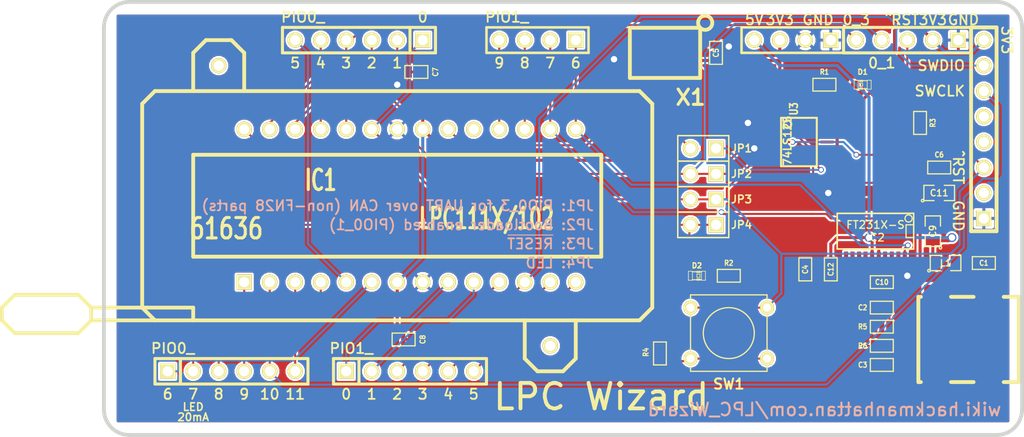
<source format=kicad_pcb>
(kicad_pcb (version 4) (host pcbnew "(2014-12-16 BZR 5324)-product")
  (title_block (date "21 nov 2012"))
  (layers (0 Front signal) (31 Back signal) (34 B.Paste user) (35 F.Paste user) (36 B.SilkS user) (37 F.SilkS user) (38 B.Mask user) (39 F.Mask user) (44 Edge.Cuts user))
  (net 0 "")
  (net 1 +3.3V)
  (net 2 +5V)
  (net 3 /BOOT)
  (net 4 /DTR)
  (net 5 /LED)
  (net 6 /PIO0_0)
  (net 7 /PIO0_10)
  (net 8 /PIO0_11)
  (net 9 /PIO0_2)
  (net 10 /PIO0_3)
  (net 11 /PIO0_4)
  (net 12 /PIO0_5)
  (net 13 /PIO0_6)
  (net 14 /PIO0_8)
  (net 15 /PIO0_9)
  (net 16 /PIO1_0)
  (net 17 /PIO1_1)
  (net 18 /PIO1_2)
  (net 19 /PIO1_3)
  (net 20 /PIO1_4)
  (net 21 /PIO1_5)
  (net 22 /PIO1_6)
  (net 23 /PIO1_7)
  (net 24 /PIO1_8)
  (net 25 /PIO1_9)
  (net 26 /RTS)
  (net 27 /USBDM)
  (net 28 /USBDP)
  (net 29 GND)
  (net 30 N-000003)
  (net 31 N-000017)
  (net 32 N-000032)
  (net 33 N-000041)
  (net 34 N-000042)
  (net 35 N-000044)
  (net 36 N-000048)
  (net 37 N-000050)
  (module SW_PUSH_SMALL (layer Front) (at 100.33 60.96)
    (fp_text reference SW1 (at 0 5.08) (layer F.SilkS) (effects (font (size 1.016 1.016) (thickness 0.2032))))
    (fp_text value SW_PUSH hide)
    (pad 1 thru_hole circle (at 3.81 -2.54) (size 1.397 1.397) (drill 0.8128) (layers *.Cu *.Mask F.SilkS) (net 6 /PIO0_0))
    (pad 2 thru_hole circle (at 3.81 2.54) (size 1.397 1.397) (drill 0.8128) (layers *.Cu *.Mask F.SilkS) (net 30 N-000003))
    (pad 1 thru_hole circle (at -3.81 -2.54) (size 1.397 1.397) (drill 0.8128) (layers *.Cu *.Mask F.SilkS) (net 6 /PIO0_0))
    (pad 2 thru_hole circle (at -3.81 2.54) (size 1.397 1.397) (drill 0.8128) (layers *.Cu *.Mask F.SilkS) (net 30 N-000003))
  )
  (module SM0603_Capa (layer Front) (at 69.215 34.925 180)
    (fp_text reference C7 (at -1.905 0 270) (layer F.SilkS) (effects (font (size 0.508 0.4572) (thickness 0.1143))))
    (fp_text value 0.1uF hide)
    (pad 1 smd rect (at -0.762 0 180) (size 0.635 1.143) (layers Front F.Paste F.Mask) (net 1 +3.3V))
    (pad 2 smd rect (at 0.762 0 180) (size 0.635 1.143) (layers Front F.Paste F.Mask) (net 29 GND))
  )
  (module SM0603_Capa (layer Front) (at 67.945 61.595)
    (fp_text reference C8 (at 1.905 0 90) (layer F.SilkS) (effects (font (size 0.508 0.4572) (thickness 0.1143))))
    (fp_text value 0.1uF hide)
    (pad 1 smd rect (at -0.762 0) (size 0.635 1.143) (layers Front F.Paste F.Mask) (net 1 +3.3V))
    (pad 2 smd rect (at 0.762 0) (size 0.635 1.143) (layers Front F.Paste F.Mask) (net 29 GND))
  )
  (module SM0603 (layer Front) (at 119.38 40.005 90)
    (fp_text reference R3 (at 0 1.27 90) (layer F.SilkS) (effects (font (size 0.508 0.4572) (thickness 0.1143))))
    (fp_text value 10K hide)
    (pad 1 smd rect (at -0.762 0 90) (size 0.635 1.143) (layers Front F.Paste F.Mask) (net 1 +3.3V))
    (pad 2 smd rect (at 0.762 0 90) (size 0.635 1.143) (layers Front F.Paste F.Mask) (net 6 /PIO0_0))
  )
  (module SM0603 (layer Front) (at 100.33 55.245)
    (fp_text reference R2 (at 0 -1.27) (layer F.SilkS) (effects (font (size 0.508 0.4572) (thickness 0.1143))))
    (fp_text value 220R hide)
    (pad 1 smd rect (at -0.762 0) (size 0.635 1.143) (layers Front F.Paste F.Mask) (net 34 N-000042))
    (pad 2 smd rect (at 0.762 0) (size 0.635 1.143) (layers Front F.Paste F.Mask) (net 29 GND))
  )
  (module SM0603 (layer Front) (at 109.855 36.195 180)
    (fp_text reference R1 (at 0 1.27 180) (layer F.SilkS) (effects (font (size 0.508 0.4572) (thickness 0.1143))))
    (fp_text value 220R hide)
    (pad 1 smd rect (at -0.762 0 180) (size 0.635 1.143) (layers Front F.Paste F.Mask) (net 33 N-000041))
    (pad 2 smd rect (at 0.762 0 180) (size 0.635 1.143) (layers Front F.Paste F.Mask) (net 29 GND))
  )
  (module SM0603 (layer Front) (at 93.472 62.992 90)
    (fp_text reference R4 (at 0.127 -1.397 90) (layer F.SilkS) (effects (font (size 0.508 0.4572) (thickness 0.1143))))
    (fp_text value 100R hide)
    (pad 1 smd rect (at -0.762 0 90) (size 0.635 1.143) (layers Front F.Paste F.Mask) (net 30 N-000003))
    (pad 2 smd rect (at 0.762 0 90) (size 0.635 1.143) (layers Front F.Paste F.Mask) (net 29 GND))
  )
  (module PIN_ARRAY_4x1 (layer Front) (at 81.28 31.75 180)
    (fp_text reference P4 hide)
    (fp_text value CONN_4 hide)
    (pad 1 thru_hole rect (at -3.81 0 180) (size 1.524 1.524) (drill 1.016) (layers *.Cu *.Mask F.SilkS) (net 22 /PIO1_6))
    (pad 2 thru_hole circle (at -1.27 0 180) (size 1.524 1.524) (drill 1.016) (layers *.Cu *.Mask F.SilkS) (net 23 /PIO1_7))
    (pad 3 thru_hole circle (at 1.27 0 180) (size 1.524 1.524) (drill 1.016) (layers *.Cu *.Mask F.SilkS) (net 24 /PIO1_8))
    (pad 4 thru_hole circle (at 3.81 0 180) (size 1.524 1.524) (drill 1.016) (layers *.Cu *.Mask F.SilkS) (net 25 /PIO1_9))
  )
  (module PIN_ARRAY_4x1 (layer Front) (at 106.68 31.75 180)
    (fp_text reference P5 hide)
    (fp_text value CONN_4 hide)
    (pad 1 thru_hole rect (at -3.81 0 180) (size 1.524 1.524) (drill 1.016) (layers *.Cu *.Mask F.SilkS) (net 29 GND))
    (pad 2 thru_hole circle (at -1.27 0 180) (size 1.524 1.524) (drill 1.016) (layers *.Cu *.Mask F.SilkS) (net 29 GND))
    (pad 3 thru_hole circle (at 1.27 0 180) (size 1.524 1.524) (drill 1.016) (layers *.Cu *.Mask F.SilkS) (net 1 +3.3V))
    (pad 4 thru_hole circle (at 3.81 0 180) (size 1.524 1.524) (drill 1.016) (layers *.Cu *.Mask F.SilkS) (net 2 +5V))
  )
  (module PIN_ARRAY-6X1 (layer Front) (at 68.58 64.77)
    (fp_text reference P3 hide)
    (fp_text value CONN_6 hide)
    (pad 1 thru_hole rect (at -6.35 0) (size 1.524 1.524) (drill 1.016) (layers *.Cu *.Mask F.SilkS) (net 16 /PIO1_0))
    (pad 2 thru_hole circle (at -3.81 0) (size 1.524 1.524) (drill 1.016) (layers *.Cu *.Mask F.SilkS) (net 17 /PIO1_1))
    (pad 3 thru_hole circle (at -1.27 0) (size 1.524 1.524) (drill 1.016) (layers *.Cu *.Mask F.SilkS) (net 18 /PIO1_2))
    (pad 4 thru_hole circle (at 1.27 0) (size 1.524 1.524) (drill 1.016) (layers *.Cu *.Mask F.SilkS) (net 19 /PIO1_3))
    (pad 5 thru_hole circle (at 3.81 0) (size 1.524 1.524) (drill 1.016) (layers *.Cu *.Mask F.SilkS) (net 20 /PIO1_4))
    (pad 6 thru_hole circle (at 6.35 0) (size 1.524 1.524) (drill 1.016) (layers *.Cu *.Mask F.SilkS) (net 21 /PIO1_5))
  )
  (module PIN_ARRAY-6X1 (layer Front) (at 50.8 64.77)
    (fp_text reference P2 hide)
    (fp_text value CONN_6 hide)
    (pad 1 thru_hole rect (at -6.35 0) (size 1.524 1.524) (drill 1.016) (layers *.Cu *.Mask F.SilkS) (net 13 /PIO0_6))
    (pad 2 thru_hole circle (at -3.81 0) (size 1.524 1.524) (drill 1.016) (layers *.Cu *.Mask F.SilkS) (net 5 /LED))
    (pad 3 thru_hole circle (at -1.27 0) (size 1.524 1.524) (drill 1.016) (layers *.Cu *.Mask F.SilkS) (net 14 /PIO0_8))
    (pad 4 thru_hole circle (at 1.27 0) (size 1.524 1.524) (drill 1.016) (layers *.Cu *.Mask F.SilkS) (net 15 /PIO0_9))
    (pad 5 thru_hole circle (at 3.81 0) (size 1.524 1.524) (drill 1.016) (layers *.Cu *.Mask F.SilkS) (net 7 /PIO0_10))
    (pad 6 thru_hole circle (at 6.35 0) (size 1.524 1.524) (drill 1.016) (layers *.Cu *.Mask F.SilkS) (net 8 /PIO0_11))
  )
  (module PIN_ARRAY-6X1 (layer Front) (at 63.5 31.75 180)
    (fp_text reference P1 hide)
    (fp_text value CONN_6 hide)
    (pad 1 thru_hole rect (at -6.35 0 180) (size 1.524 1.524) (drill 1.016) (layers *.Cu *.Mask F.SilkS) (net 6 /PIO0_0))
    (pad 2 thru_hole circle (at -3.81 0 180) (size 1.524 1.524) (drill 1.016) (layers *.Cu *.Mask F.SilkS) (net 3 /BOOT))
    (pad 3 thru_hole circle (at -1.27 0 180) (size 1.524 1.524) (drill 1.016) (layers *.Cu *.Mask F.SilkS) (net 9 /PIO0_2))
    (pad 4 thru_hole circle (at 1.27 0 180) (size 1.524 1.524) (drill 1.016) (layers *.Cu *.Mask F.SilkS) (net 10 /PIO0_3))
    (pad 5 thru_hole circle (at 3.81 0 180) (size 1.524 1.524) (drill 1.016) (layers *.Cu *.Mask F.SilkS) (net 11 /PIO0_4))
    (pad 6 thru_hole circle (at 6.35 0 180) (size 1.524 1.524) (drill 1.016) (layers *.Cu *.Mask F.SilkS) (net 12 /PIO0_5))
  )
  (module LED-0603 (layer Front) (at 97.155 55.245)
    (fp_text reference D2 (at 0 -1.016) (layer F.SilkS) (effects (font (size 0.508 0.508) (thickness 0.127))))
    (fp_text value LED hide)
    (pad 1 smd rect (at -0.7493 0) (size 0.79756 0.79756) (layers Front F.Paste F.Mask) (net 5 /LED))
    (pad 2 smd rect (at 0.7493 0) (size 0.79756 0.79756) (layers Front F.Paste F.Mask) (net 34 N-000042))
  )
  (module LED-0603 (layer Front) (at 113.665 36.195 180)
    (fp_text reference D1 (at 0 1.27 180) (layer F.SilkS) (effects (font (size 0.508 0.508) (thickness 0.127))))
    (fp_text value LED hide)
    (pad 1 smd rect (at -0.7493 0 180) (size 0.79756 0.79756) (layers Front F.Paste F.Mask) (net 1 +3.3V))
    (pad 2 smd rect (at 0.7493 0 180) (size 0.79756 0.79756) (layers Front F.Paste F.Mask) (net 33 N-000041))
  )
  (module pin_array_8x1 (layer Front) (at 125.73 40.64 90)
    (fp_text reference P6 hide)
    (fp_text value CONN_8 hide)
    (pad 1 thru_hole rect (at -8.89 0 90) (size 1.524 1.524) (drill 1.016) (layers *.Cu *.Mask F.SilkS) (net 29 GND))
    (pad 2 thru_hole circle (at -6.35 0 90) (size 1.524 1.524) (drill 1.016) (layers *.Cu *.Mask F.SilkS))
    (pad 3 thru_hole circle (at -3.81 0 90) (size 1.524 1.524) (drill 1.016) (layers *.Cu *.Mask F.SilkS) (net 6 /PIO0_0))
    (pad 4 thru_hole circle (at -1.27 0 90) (size 1.524 1.524) (drill 1.016) (layers *.Cu *.Mask F.SilkS))
    (pad 5 thru_hole circle (at 1.27 0 90) (size 1.524 1.524) (drill 1.016) (layers *.Cu *.Mask F.SilkS))
    (pad 6 thru_hole circle (at 3.81 0 90) (size 1.524 1.524) (drill 1.016) (layers *.Cu *.Mask F.SilkS) (net 7 /PIO0_10))
    (pad 7 thru_hole circle (at 6.35 0 90) (size 1.524 1.524) (drill 1.016) (layers *.Cu *.Mask F.SilkS) (net 19 /PIO1_3))
    (pad 8 thru_hole circle (at 8.89 0 90) (size 1.524 1.524) (drill 1.016) (layers *.Cu *.Mask F.SilkS) (net 1 +3.3V))
  )
  (module PIN_ARRAY_2X1 (layer Front) (at 97.79 42.545 180)
    (fp_text reference JP1 (at -3.81 0 180) (layer F.SilkS) (effects (font (size 0.762 0.762) (thickness 0.1524))))
    (fp_text value JUMPER hide)
    (pad 1 thru_hole rect (at -1.27 0 180) (size 1.524 1.524) (drill 1.016) (layers *.Cu *.Mask F.SilkS) (net 31 N-000017))
    (pad 2 thru_hole circle (at 1.27 0 180) (size 1.524 1.524) (drill 1.016) (layers *.Cu *.Mask F.SilkS) (net 10 /PIO0_3))
  )
  (module OSCILLATOR-FOX924 (layer Front) (at 93.98 33.02 180)
    (fp_text reference X1 (at -2.54 -4.445 180) (layer F.SilkS) (effects (font (thickness 0.3048))))
    (fp_text value CONN_4 hide)
    (pad 1 smd rect (at -1.99898 1.24968 180) (size 1.6002 1.30048) (layers Front F.Paste F.Mask))
    (pad 2 smd rect (at 1.99898 1.24968 180) (size 1.6002 1.30048) (layers Front F.Paste F.Mask) (net 29 GND))
    (pad 3 smd rect (at 1.99898 -1.24968 180) (size 1.6002 1.30048) (layers Front F.Paste F.Mask) (net 32 N-000032))
    (pad 4 smd rect (at -1.99898 -1.24968 180) (size 1.6002 1.30048) (layers Front F.Paste F.Mask) (net 1 +3.3V))
  )
  (module PIN_ARRAY_2X1 (layer Front) (at 97.79 45.085 180)
    (fp_text reference JP2 (at -3.81 0 180) (layer F.SilkS) (effects (font (size 0.762 0.762) (thickness 0.1524))))
    (fp_text value JUMPER hide)
    (pad 1 thru_hole rect (at -1.27 0 180) (size 1.524 1.524) (drill 1.016) (layers *.Cu *.Mask F.SilkS) (net 3 /BOOT))
    (pad 2 thru_hole circle (at 1.27 0 180) (size 1.524 1.524) (drill 1.016) (layers *.Cu *.Mask F.SilkS) (net 3 /BOOT))
  )
  (module PIN_ARRAY_2X1 (layer Front) (at 97.79 47.625 180)
    (fp_text reference JP3 (at -3.81 0 180) (layer F.SilkS) (effects (font (size 0.762 0.762) (thickness 0.1524))))
    (fp_text value JUMPER hide)
    (pad 1 thru_hole rect (at -1.27 0 180) (size 1.524 1.524) (drill 1.016) (layers *.Cu *.Mask F.SilkS) (net 6 /PIO0_0))
    (pad 2 thru_hole circle (at 1.27 0 180) (size 1.524 1.524) (drill 1.016) (layers *.Cu *.Mask F.SilkS) (net 6 /PIO0_0))
  )
  (module PIN_ARRAY_2X1 (layer Front) (at 97.79 50.165 180)
    (fp_text reference JP4 (at -3.81 0 180) (layer F.SilkS) (effects (font (size 0.762 0.762) (thickness 0.1524))))
    (fp_text value JUMPER hide)
    (pad 1 thru_hole rect (at -1.27 0 180) (size 1.524 1.524) (drill 1.016) (layers *.Cu *.Mask F.SilkS) (net 5 /LED))
    (pad 2 thru_hole circle (at 1.27 0 180) (size 1.524 1.524) (drill 1.016) (layers *.Cu *.Mask F.SilkS) (net 5 /LED))
  )
  (module TSSOP14 (layer Front) (at 107.315 41.91 270)
    (fp_text reference U3 (at -3.302 0.508 270) (layer F.SilkS) (effects (font (size 0.762 0.635) (thickness 0.16002))))
    (fp_text value 74LS125 (at -0.127 1.143 270) (layer F.SilkS) (effects (font (size 0.762 0.762) (thickness 0.16002))))
    (pad 1 smd rect (at -1.9304 2.794 270) (size 0.29972 1.30048) (layers Front F.Paste F.Mask) (net 26 /RTS))
    (pad 2 smd rect (at -1.2954 2.794 270) (size 0.29972 1.30048) (layers Front F.Paste F.Mask) (net 29 GND))
    (pad 3 smd rect (at -0.635 2.794 270) (size 0.29972 1.30048) (layers Front F.Paste F.Mask) (net 3 /BOOT))
    (pad 4 smd rect (at 0 2.794 270) (size 0.29972 1.30048) (layers Front F.Paste F.Mask) (net 4 /DTR))
    (pad 5 smd rect (at 0.6604 2.794 270) (size 0.29972 1.30048) (layers Front F.Paste F.Mask) (net 29 GND))
    (pad 6 smd rect (at 1.3081 2.794 270) (size 0.29972 1.30048) (layers Front F.Paste F.Mask) (net 6 /PIO0_0))
    (pad 7 smd rect (at 1.9558 2.794 270) (size 0.29972 1.30048) (layers Front F.Paste F.Mask) (net 29 GND))
    (pad 8 smd rect (at 1.9558 -2.794 270) (size 0.29972 1.30048) (layers Front F.Paste F.Mask) (net 31 N-000017))
    (pad 9 smd rect (at 1.3081 -2.794 270) (size 0.29972 1.30048) (layers Front F.Paste F.Mask) (net 1 +3.3V))
    (pad 10 smd rect (at 0.6604 -2.794 270) (size 0.29972 1.30048) (layers Front F.Paste F.Mask) (net 26 /RTS))
    (pad 11 smd rect (at 0 -2.794 270) (size 0.29972 1.30048) (layers Front F.Paste F.Mask))
    (pad 12 smd rect (at -0.6477 -2.794 270) (size 0.29972 1.30048) (layers Front F.Paste F.Mask))
    (pad 13 smd rect (at -1.2954 -2.794 270) (size 0.29972 1.30048) (layers Front F.Paste F.Mask))
    (pad 14 smd rect (at -1.9431 -2.794 270) (size 0.29972 1.30048) (layers Front F.Paste F.Mask) (net 1 +3.3V))
  )
  (module PIN_ARRAY_5x1 (layer Front) (at 118.11 31.75 180)
    (fp_text reference P7 hide)
    (fp_text value CONN_5 hide)
    (pad 1 thru_hole rect (at -5.08 0 180) (size 1.524 1.524) (drill 1.016) (layers *.Cu *.Mask F.SilkS) (net 29 GND))
    (pad 2 thru_hole circle (at -2.54 0 180) (size 1.524 1.524) (drill 1.016) (layers *.Cu *.Mask F.SilkS) (net 1 +3.3V))
    (pad 3 thru_hole circle (at 0 0 180) (size 1.524 1.524) (drill 1.016) (layers *.Cu *.Mask F.SilkS) (net 6 /PIO0_0))
    (pad 4 thru_hole circle (at 2.54 0 180) (size 1.524 1.524) (drill 1.016) (layers *.Cu *.Mask F.SilkS) (net 3 /BOOT))
    (pad 5 thru_hole circle (at 5.08 0 180) (size 1.524 1.524) (drill 1.016) (layers *.Cu *.Mask F.SilkS) (net 10 /PIO0_3))
  )
  (module 28tex600 (layer Front) (at 68.58 48.26)
    (fp_text reference IC1 (at -8.89 -2.54) (layer F.SilkS) (effects (font (size 2.032 1.27) (thickness 0.3048))))
    (fp_text value LPC111X/102 (at 7.62 1.27) (layer F.SilkS) (effects (font (size 2.032 1.27) (thickness 0.3048))))
    (pad 1 thru_hole rect (at -16.51 7.62) (size 1.524 1.524) (drill 1.016) (layers *.Cu *.Mask F.SilkS) (net 14 /PIO0_8))
    (pad 2 thru_hole circle (at -13.97 7.62) (size 1.524 1.524) (drill 1.016) (layers *.Cu *.Mask F.SilkS) (net 15 /PIO0_9))
    (pad 3 thru_hole circle (at -11.43 7.62) (size 1.524 1.524) (drill 1.016) (layers *.Cu *.Mask F.SilkS) (net 7 /PIO0_10))
    (pad 4 thru_hole circle (at -8.89 7.62) (size 1.524 1.524) (drill 1.016) (layers *.Cu *.Mask F.SilkS) (net 8 /PIO0_11))
    (pad 5 thru_hole circle (at -6.35 7.62) (size 1.524 1.524) (drill 1.016) (layers *.Cu *.Mask F.SilkS) (net 12 /PIO0_5))
    (pad 6 thru_hole circle (at -3.81 7.62) (size 1.524 1.524) (drill 1.016) (layers *.Cu *.Mask F.SilkS) (net 13 /PIO0_6))
    (pad 7 thru_hole circle (at -1.27 7.62) (size 1.524 1.524) (drill 1.016) (layers *.Cu *.Mask F.SilkS) (net 1 +3.3V))
    (pad 8 thru_hole circle (at 1.27 7.62) (size 1.524 1.524) (drill 1.016) (layers *.Cu *.Mask F.SilkS) (net 29 GND))
    (pad 9 thru_hole circle (at 3.81 7.62) (size 1.524 1.524) (drill 1.016) (layers *.Cu *.Mask F.SilkS) (net 16 /PIO1_0))
    (pad 10 thru_hole circle (at 6.35 7.62) (size 1.524 1.524) (drill 1.016) (layers *.Cu *.Mask F.SilkS) (net 17 /PIO1_1))
    (pad 11 thru_hole circle (at 8.89 7.62) (size 1.524 1.524) (drill 1.016) (layers *.Cu *.Mask F.SilkS) (net 18 /PIO1_2))
    (pad 12 thru_hole circle (at 11.43 7.62) (size 1.524 1.524) (drill 1.016) (layers *.Cu *.Mask F.SilkS) (net 19 /PIO1_3))
    (pad 13 thru_hole circle (at 13.97 7.62) (size 1.524 1.524) (drill 1.016) (layers *.Cu *.Mask F.SilkS) (net 20 /PIO1_4))
    (pad 14 thru_hole circle (at 16.51 7.62) (size 1.524 1.524) (drill 1.016) (layers *.Cu *.Mask F.SilkS) (net 21 /PIO1_5))
    (pad 15 thru_hole circle (at 16.51 -7.62) (size 1.524 1.524) (drill 1.016) (layers *.Cu *.Mask F.SilkS) (net 22 /PIO1_6))
    (pad 16 thru_hole circle (at 13.97 -7.62) (size 1.524 1.524) (drill 1.016) (layers *.Cu *.Mask F.SilkS) (net 23 /PIO1_7))
    (pad 17 thru_hole circle (at 11.43 -7.62) (size 1.524 1.524) (drill 1.016) (layers *.Cu *.Mask F.SilkS) (net 24 /PIO1_8))
    (pad 18 thru_hole circle (at 8.89 -7.62) (size 1.524 1.524) (drill 1.016) (layers *.Cu *.Mask F.SilkS) (net 25 /PIO1_9))
    (pad 19 thru_hole circle (at 6.35 -7.62) (size 1.524 1.524) (drill 1.016) (layers *.Cu *.Mask F.SilkS))
    (pad 20 thru_hole circle (at 3.81 -7.62) (size 1.524 1.524) (drill 1.016) (layers *.Cu *.Mask F.SilkS) (net 32 N-000032))
    (pad 21 thru_hole circle (at 1.27 -7.62) (size 1.524 1.524) (drill 1.016) (layers *.Cu *.Mask F.SilkS) (net 1 +3.3V))
    (pad 22 thru_hole circle (at -1.27 -7.62) (size 1.524 1.524) (drill 1.016) (layers *.Cu *.Mask F.SilkS) (net 29 GND))
    (pad 23 thru_hole circle (at -3.81 -7.62) (size 1.524 1.524) (drill 1.016) (layers *.Cu *.Mask F.SilkS) (net 6 /PIO0_0))
    (pad 24 thru_hole circle (at -6.35 -7.62) (size 1.524 1.524) (drill 1.016) (layers *.Cu *.Mask F.SilkS) (net 3 /BOOT))
    (pad 25 thru_hole circle (at -8.89 -7.62) (size 1.524 1.524) (drill 1.016) (layers *.Cu *.Mask F.SilkS) (net 9 /PIO0_2))
    (pad 26 thru_hole circle (at -11.43 -7.62) (size 1.524 1.524) (drill 1.016) (layers *.Cu *.Mask F.SilkS) (net 10 /PIO0_3))
    (pad 27 thru_hole circle (at -13.97 -7.62) (size 1.524 1.524) (drill 1.016) (layers *.Cu *.Mask F.SilkS) (net 11 /PIO0_4))
    (pad 28 thru_hole circle (at -16.51 -7.62) (size 1.524 1.524) (drill 1.016) (layers *.Cu *.Mask F.SilkS) (net 5 /LED))
    (pad HOLE thru_hole circle (at -19.05 -13.97) (size 1.524 1.524) (drill 1.016) (layers *.Cu *.Mask F.SilkS))
    (pad HOLE thru_hole circle (at 13.97 13.97) (size 1.524 1.524) (drill 1.016) (layers *.Cu *.Mask F.SilkS))
  )
  (module SM0603_Capa (layer Front) (at 99.06 33.02 90)
    (fp_text reference C5 (at 0 0 90) (layer F.SilkS) (effects (font (size 0.508 0.4572) (thickness 0.1143))))
    (fp_text value 0.1uF hide)
    (pad 1 smd rect (at -0.762 0 90) (size 0.635 1.143) (layers Front F.Paste F.Mask) (net 1 +3.3V))
    (pad 2 smd rect (at 0.762 0 90) (size 0.635 1.143) (layers Front F.Paste F.Mask) (net 29 GND))
  )
  (module SM0603_Capa (layer Front) (at 121.285 44.45)
    (fp_text reference C6 (at 0 -1.27) (layer F.SilkS) (effects (font (size 0.508 0.4572) (thickness 0.1143))))
    (fp_text value 0.1uF hide)
    (pad 1 smd rect (at -0.762 0) (size 0.635 1.143) (layers Front F.Paste F.Mask) (net 1 +3.3V))
    (pad 2 smd rect (at 0.762 0) (size 0.635 1.143) (layers Front F.Paste F.Mask) (net 29 GND))
  )
  (module SSOP20 (layer Front) (at 114.935 50.8 180)
    (fp_text reference IC2 (at 0 -0.635 180) (layer F.SilkS) (effects (font (size 0.762 0.762) (thickness 0.127))))
    (fp_text value FT231X-S (at 0 0.635 180) (layer F.SilkS) (effects (font (size 0.762 0.762) (thickness 0.127))))
    (pad 1 smd rect (at -2.921 2.667 180) (size 0.4064 1.27) (layers Front F.Paste F.Mask) (net 4 /DTR))
    (pad 2 smd rect (at -2.286 2.667 180) (size 0.4064 1.27) (layers Front F.Paste F.Mask) (net 26 /RTS))
    (pad 3 smd rect (at -1.6256 2.667 180) (size 0.4064 1.27) (layers Front F.Paste F.Mask) (net 1 +3.3V))
    (pad 4 smd rect (at -0.9652 2.667 180) (size 0.4064 1.27) (layers Front F.Paste F.Mask) (net 23 /PIO1_7))
    (pad 5 smd rect (at -0.3302 2.667 180) (size 0.4064 1.27) (layers Front F.Paste F.Mask))
    (pad 6 smd rect (at 0.3302 2.667 180) (size 0.4064 1.27) (layers Front F.Paste F.Mask) (net 29 GND))
    (pad 7 smd rect (at 0.9906 2.667 180) (size 0.4064 1.27) (layers Front F.Paste F.Mask))
    (pad 8 smd rect (at 1.6256 2.667 180) (size 0.4064 1.27) (layers Front F.Paste F.Mask))
    (pad 9 smd rect (at 2.286 2.667 180) (size 0.4064 1.27) (layers Front F.Paste F.Mask))
    (pad 10 smd rect (at 2.921 2.667 180) (size 0.4064 1.27) (layers Front F.Paste F.Mask))
    (pad 11 smd rect (at 2.921 -2.667 180) (size 0.4064 1.27) (layers Front F.Paste F.Mask) (net 28 /USBDP))
    (pad 12 smd rect (at 2.286 -2.667 180) (size 0.4064 1.27) (layers Front F.Paste F.Mask) (net 27 /USBDM))
    (pad 13 smd rect (at 1.6256 -2.667 180) (size 0.4064 1.27) (layers Front F.Paste F.Mask) (net 1 +3.3V))
    (pad 14 smd rect (at 0.9906 -2.667 180) (size 0.4064 1.27) (layers Front F.Paste F.Mask) (net 1 +3.3V))
    (pad 15 smd rect (at 0.3302 -2.667 180) (size 0.4064 1.27) (layers Front F.Paste F.Mask) (net 2 +5V))
    (pad 16 smd rect (at -0.3302 -2.667 180) (size 0.4064 1.27) (layers Front F.Paste F.Mask) (net 29 GND))
    (pad 17 smd rect (at -0.9652 -2.667 180) (size 0.4064 1.27) (layers Front F.Paste F.Mask))
    (pad 18 smd rect (at -1.6256 -2.667 180) (size 0.4064 1.27) (layers Front F.Paste F.Mask))
    (pad 19 smd rect (at -2.286 -2.667 180) (size 0.4064 1.27) (layers Front F.Paste F.Mask))
    (pad 20 smd rect (at -2.921 -2.667 180) (size 0.4064 1.27) (layers Front F.Paste F.Mask) (net 22 /PIO1_6))
  )
  (module SM0805 (layer Front) (at 120.65 50.8 90)
    (fp_text reference C9 (at 0 0 90) (layer F.SilkS) (effects (font (size 0.635 0.635) (thickness 0.127))))
    (fp_text value 4.7uF hide)
    (pad 1 smd rect (at -0.9525 0 90) (size 0.889 1.397) (layers Front F.Paste F.Mask) (net 2 +5V))
    (pad 2 smd rect (at 0.9525 0 90) (size 0.889 1.397) (layers Front F.Paste F.Mask) (net 29 GND))
  )
  (module SM0805 (layer Front) (at 121.285 46.99)
    (fp_text reference C11 (at 0 0) (layer F.SilkS) (effects (font (size 0.635 0.635) (thickness 0.127))))
    (fp_text value 4.7uF hide)
    (pad 1 smd rect (at -0.9525 0) (size 0.889 1.397) (layers Front F.Paste F.Mask) (net 1 +3.3V))
    (pad 2 smd rect (at 0.9525 0) (size 0.889 1.397) (layers Front F.Paste F.Mask) (net 29 GND))
  )
  (module SM0805 (layer Front) (at 121.92 53.975)
    (fp_text reference L1 (at 0 0) (layer F.SilkS) (effects (font (size 0.635 0.635) (thickness 0.127))))
    (fp_text value INDUCTOR hide)
    (pad 1 smd rect (at -0.9525 0) (size 0.889 1.397) (layers Front F.Paste F.Mask) (net 2 +5V))
    (pad 2 smd rect (at 0.9525 0) (size 0.889 1.397) (layers Front F.Paste F.Mask) (net 36 N-000048))
  )
  (module SM0603_Capa (layer Front) (at 115.57 64.135 180)
    (fp_text reference C3 (at 1.905 0 180) (layer F.SilkS) (effects (font (size 0.508 0.4572) (thickness 0.1143))))
    (fp_text value 47pF hide)
    (pad 1 smd rect (at -0.762 0 180) (size 0.635 1.143) (layers Front F.Paste F.Mask) (net 37 N-000050))
    (pad 2 smd rect (at 0.762 0 180) (size 0.635 1.143) (layers Front F.Paste F.Mask) (net 29 GND))
  )
  (module SM0603_Capa (layer Front) (at 107.95 54.61 270)
    (fp_text reference C4 (at 0 0 270) (layer F.SilkS) (effects (font (size 0.508 0.4572) (thickness 0.1143))))
    (fp_text value 0.1uF hide)
    (pad 1 smd rect (at -0.762 0 270) (size 0.635 1.143) (layers Front F.Paste F.Mask) (net 2 +5V))
    (pad 2 smd rect (at 0.762 0 270) (size 0.635 1.143) (layers Front F.Paste F.Mask) (net 29 GND))
  )
  (module SM0603_Capa (layer Front) (at 115.57 55.88)
    (fp_text reference C10 (at 0 0) (layer F.SilkS) (effects (font (size 0.508 0.4572) (thickness 0.1143))))
    (fp_text value 0.1uF hide)
    (pad 1 smd rect (at -0.762 0) (size 0.635 1.143) (layers Front F.Paste F.Mask) (net 1 +3.3V))
    (pad 2 smd rect (at 0.762 0) (size 0.635 1.143) (layers Front F.Paste F.Mask) (net 29 GND))
  )
  (module SM0603_Capa (layer Front) (at 110.49 54.61 90)
    (fp_text reference C12 (at 0 0 90) (layer F.SilkS) (effects (font (size 0.508 0.4572) (thickness 0.1143))))
    (fp_text value 0.1uF hide)
    (pad 1 smd rect (at -0.762 0 90) (size 0.635 1.143) (layers Front F.Paste F.Mask) (net 29 GND))
    (pad 2 smd rect (at 0.762 0 90) (size 0.635 1.143) (layers Front F.Paste F.Mask) (net 2 +5V))
  )
  (module SM0603 (layer Front) (at 115.57 60.325 180)
    (fp_text reference R5 (at 1.905 0 180) (layer F.SilkS) (effects (font (size 0.508 0.4572) (thickness 0.1143))))
    (fp_text value 27R hide)
    (pad 1 smd rect (at -0.762 0 180) (size 0.635 1.143) (layers Front F.Paste F.Mask) (net 35 N-000044))
    (pad 2 smd rect (at 0.762 0 180) (size 0.635 1.143) (layers Front F.Paste F.Mask) (net 27 /USBDM))
  )
  (module SM0603 (layer Front) (at 115.57 62.23 180)
    (fp_text reference R6 (at 1.905 0 180) (layer F.SilkS) (effects (font (size 0.508 0.4572) (thickness 0.1143))))
    (fp_text value 27R hide)
    (pad 1 smd rect (at -0.762 0 180) (size 0.635 1.143) (layers Front F.Paste F.Mask) (net 37 N-000050))
    (pad 2 smd rect (at 0.762 0 180) (size 0.635 1.143) (layers Front F.Paste F.Mask) (net 28 /USBDP))
  )
  (module MINI-USB-UX60A-MB-5ST (layer Front) (at 124.46 61.595 90)
    (fp_text reference J2 hide)
    (fp_text value MINI-USB-SHLD hide)
    (pad 1 smd rect (at 1.6002 -3.82524 90) (size 0.50038 1.99898) (layers Front F.Paste F.Mask) (net 36 N-000048) (clearance 0.14986))
    (pad 2 smd rect (at 0.8001 -3.82524 90) (size 0.50038 1.99898) (layers Front F.Paste F.Mask) (net 35 N-000044) (clearance 0.14986))
    (pad 3 smd rect (at 0 -3.82524 90) (size 0.50038 1.99898) (layers Front F.Paste F.Mask) (net 37 N-000050) (clearance 0.14986))
    (pad 4 smd rect (at -0.8001 -3.82524 90) (size 0.50038 1.99898) (layers Front F.Paste F.Mask) (clearance 0.14986))
    (pad 5 smd rect (at -1.6002 -3.82524 90) (size 0.50038 1.99898) (layers Front F.Paste F.Mask) (net 29 GND) (clearance 0.14986))
    (pad 6 smd rect (at 4.20116 -3.57378 90) (size 2.49936 2.19964) (layers Front F.Paste F.Mask) (net 29 GND))
    (pad 6 smd rect (at -4.20116 -3.57378 90) (size 2.49936 2.19964) (layers Front F.Paste F.Mask) (net 29 GND))
    (pad 6 smd rect (at 4.20116 1.72466 90) (size 2.49936 2.19964) (layers Front F.Paste F.Mask) (net 29 GND))
    (pad 6 smd rect (at -4.20116 1.72466 90) (size 2.49936 2.19964) (layers Front F.Paste F.Mask) (net 29 GND))
  )
  (module SM0603_Capa (layer Front) (at 125.73 53.975 180)
    (fp_text reference C1 (at 0 0 180) (layer F.SilkS) (effects (font (size 0.508 0.4572) (thickness 0.1143))))
    (fp_text value 10nF hide)
    (pad 1 smd rect (at -0.762 0 180) (size 0.635 1.143) (layers Front F.Paste F.Mask) (net 29 GND))
    (pad 2 smd rect (at 0.762 0 180) (size 0.635 1.143) (layers Front F.Paste F.Mask) (net 36 N-000048))
  )
  (module SM0603_Capa (layer Front) (at 115.57 58.42 180)
    (fp_text reference C2 (at 1.905 0 180) (layer F.SilkS) (effects (font (size 0.508 0.4572) (thickness 0.1143))))
    (fp_text value 47pF hide)
    (pad 1 smd rect (at -0.762 0 180) (size 0.635 1.143) (layers Front F.Paste F.Mask) (net 35 N-000044))
    (pad 2 smd rect (at 0.762 0 180) (size 0.635 1.143) (layers Front F.Paste F.Mask) (net 29 GND))
  )
  (gr_text 61636 (at 50.292 50.546) (layer F.SilkS) (effects (font (size 2.032 1.524) (thickness 0.3048))))
  (gr_text 5 (at 74.93 67.056) (layer F.SilkS) (effects (font (size 1.016 1.016) (thickness 0.1778))))
  (gr_text 4 (at 72.39 67.056) (layer F.SilkS) (effects (font (size 1.016 1.016) (thickness 0.1778))))
  (gr_text 3 (at 69.85 67.056) (layer F.SilkS) (effects (font (size 1.016 1.016) (thickness 0.1778))))
  (gr_text 2 (at 67.31 67.056) (layer F.SilkS) (effects (font (size 1.016 1.016) (thickness 0.1778))))
  (gr_text 1 (at 64.77 67.056) (layer F.SilkS) (effects (font (size 1.016 1.016) (thickness 0.1778))))
  (gr_text 0 (at 62.23 67.056) (layer F.SilkS) (effects (font (size 1.016 1.016) (thickness 0.1778))))
  (gr_text PIO1_ (at 62.738 62.484) (layer F.SilkS) (effects (font (size 1.016 1.016) (thickness 0.1778))))
  (gr_text 11 (at 57.15 67.056) (layer F.SilkS) (effects (font (size 1.016 1.016) (thickness 0.1778))))
  (gr_text 10 (at 54.61 67.056) (layer F.SilkS) (effects (font (size 1.016 1.016) (thickness 0.1778))))
  (gr_text 9 (at 52.07 67.056) (layer F.SilkS) (effects (font (size 1.016 1.016) (thickness 0.1778))))
  (gr_text 8 (at 49.53 67.056) (layer F.SilkS) (effects (font (size 1.016 1.016) (thickness 0.1778))))
  (gr_text 20mA (at 46.99 69.342) (layer F.SilkS) (effects (font (size 0.762 0.762) (thickness 0.1524))))
  (gr_text LED (at 46.99 68.326) (layer F.SilkS) (effects (font (size 0.762 0.762) (thickness 0.1524))))
  (gr_text 7 (at 46.99 67.056) (layer F.SilkS) (effects (font (size 1.016 1.016) (thickness 0.1778))))
  (gr_text 6 (at 44.45 67.056) (layer F.SilkS) (effects (font (size 1.016 1.016) (thickness 0.1778))))
  (gr_text PIO0_ (at 44.958 62.484) (layer F.SilkS) (effects (font (size 1.016 1.016) (thickness 0.1778))))
  (gr_text 0 (at 69.85 29.464) (layer F.SilkS) (effects (font (size 1.016 1.016) (thickness 0.1778))))
  (gr_text 1 (at 67.31 34.036) (layer F.SilkS) (effects (font (size 1.016 1.016) (thickness 0.1778))))
  (gr_text 2 (at 64.77 34.036) (layer F.SilkS) (effects (font (size 1.016 1.016) (thickness 0.1778))))
  (gr_text 3 (at 62.23 34.036) (layer F.SilkS) (effects (font (size 1.016 1.016) (thickness 0.1778))))
  (gr_text 4 (at 59.69 34.036) (layer F.SilkS) (effects (font (size 1.016 1.016) (thickness 0.1778))))
  (gr_text 5 (at 57.15 34.036) (layer F.SilkS) (effects (font (size 1.016 1.016) (thickness 0.1778))))
  (gr_text PIO0_ (at 57.912 29.464) (layer F.SilkS) (effects (font (size 1.016 1.016) (thickness 0.1778))))
  (gr_text 6 (at 85.09 34.036) (layer F.SilkS) (effects (font (size 1.016 1.016) (thickness 0.1778))))
  (gr_text 7 (at 82.55 34.036) (layer F.SilkS) (effects (font (size 1.016 1.016) (thickness 0.1778))))
  (gr_text 8 (at 80.01 34.036) (layer F.SilkS) (effects (font (size 1.016 1.016) (thickness 0.1778))))
  (gr_text 9 (at 77.47 34.036) (layer F.SilkS) (effects (font (size 1.016 1.016) (thickness 0.1778))))
  (gr_text PIO1_ (at 78.232 29.464) (layer F.SilkS) (effects (font (size 1.016 1.016) (thickness 0.1778))))
  (gr_text 5V (at 102.87 29.718) (layer F.SilkS) (effects (font (size 1.016 1.016) (thickness 0.1778))))
  (gr_text 3V3 (at 105.41 29.718) (layer F.SilkS) (effects (font (size 1.016 1.016) (thickness 0.1778))))
  (gr_text GND (at 109.22 29.718) (layer F.SilkS) (effects (font (size 1.016 1.016) (thickness 0.1778))))
  (gr_text 0_3 (at 113.03 29.718) (layer F.SilkS) (effects (font (size 1.016 1.016) (thickness 0.1778))))
  (gr_text 0_1 (at 115.57 34.036) (layer F.SilkS) (effects (font (size 1.016 1.016) (thickness 0.1778))))
  (gr_text ^RST (at 117.602 29.718) (layer F.SilkS) (effects (font (size 1.016 1.016) (thickness 0.1778))))
  (gr_text 3V3 (at 120.65 29.718) (layer F.SilkS) (effects (font (size 1.016 1.016) (thickness 0.1778))))
  (gr_text GND (at 123.698 29.718) (layer F.SilkS) (effects (font (size 1.016 1.016) (thickness 0.1778))))
  (gr_text GND (at 123.19 49.276 270) (layer F.SilkS) (effects (font (size 1.016 1.016) (thickness 0.1778))))
  (gr_text ^RST (at 123.19 44.45 270) (layer F.SilkS) (effects (font (size 1.016 1.016) (thickness 0.1778))))
  (gr_text SWCLK (at 123.952 36.83) (layer F.SilkS) (effects (font (size 1.016 1.016) (thickness 0.1778)) (justify right)))
  (gr_text SWDIO (at 123.952 34.29) (layer F.SilkS) (effects (font (size 1.016 1.016) (thickness 0.1778)) (justify right)))
  (gr_text 3V3 (at 128.016 31.75 270) (layer F.SilkS) (effects (font (size 1.016 1.016) (thickness 0.1778))))
  (gr_text "JP4: LED" (at 86.995 53.975) (layer B.SilkS) (effects (font (size 1.016 1.016) (thickness 0.1778)) (justify left mirror)))
  (gr_line (start 82.804 51.181) (end 78.359 51.181) (angle 90) (layer B.SilkS) (width 0.1016))
  (gr_text "JP3: RESET" (at 86.995 52.07) (layer B.SilkS) (effects (font (size 1.016 1.016) (thickness 0.1778)) (justify left mirror)))
  (gr_text "JP2: Bootloader enabled (PIO0_1)" (at 86.995 50.165) (layer B.SilkS) (effects (font (size 1.016 1.016) (thickness 0.1778)) (justify left mirror)))
  (gr_text "JP1: PIO0_3 for UART over CAN (non-FN28 parts)" (at 86.995 48.26) (layer B.SilkS) (effects (font (size 1.016 1.016) (thickness 0.1778)) (justify left mirror)))
  (gr_text wiki.hackmanhattan.com/LPC_Wizard (at 109.855 68.58) (layer B.SilkS) (effects (font (size 1.27 1.27) (thickness 0.2032)) (justify mirror)))
  (gr_text "LPC Wizard" (at 87.63 67.31) (layer F.SilkS) (effects (font (size 2.54 2.54) (thickness 0.381))))
  (gr_arc (start 40.64 30.48) (end 38.1 30.48) (angle 90) (layer Edge.Cuts) (width 0.381))
  (gr_arc (start 40.64 68.58) (end 40.64 71.12) (angle 90) (layer Edge.Cuts) (width 0.381))
  (gr_arc (start 127 68.58) (end 129.54 68.58) (angle 90) (layer Edge.Cuts) (width 0.381))
  (gr_line (start 40.64 71.12) (end 127 71.12) (angle 90) (layer Edge.Cuts) (width 0.381))
  (gr_line (start 38.1 30.48) (end 38.1 68.58) (angle 90) (layer Edge.Cuts) (width 0.381))
  (gr_line (start 127 27.94) (end 40.64 27.94) (angle 90) (layer Edge.Cuts) (width 0.381))
  (gr_arc (start 127 30.48) (end 127 27.94) (angle 90) (layer Edge.Cuts) (width 0.381))
  (gr_line (start 129.54 68.58) (end 129.54 30.48) (angle 90) (layer Edge.Cuts) (width 0.381))
  (segment (start 111.4044 39.9669) (end 114.4143 36.957) (width 0.3048) (layer Front) (net 1))
  (segment (start 114.4143 36.195) (end 114.4143 35.433) (width 0.3048) (layer Front) (net 1))
  (segment (start 114.4143 35.433) (end 116.84 33.0073) (width 0.3048) (layer Front) (net 1))
  (segment (start 120.3325 44.6405) (end 120.42902 44.54398) (width 0.3048) (layer Front) (net 1))
  (segment (start 120.42902 44.54398) (end 120.523 44.45) (width 0.3048) (layer Front) (net 1))
  (segment (start 120.42902 42.49674) (end 119.38 41.44772) (width 0.3048) (layer Front) (net 1))
  (segment (start 116.84 33.0073) (end 116.84 30.80512) (width 0.3048) (layer Front) (net 1))
  (segment (start 116.84 30.80512) (end 117.80266 29.84246) (width 0.3048) (layer Front) (net 1))
  (segment (start 105.41 36.28136) (end 105.41 33.782) (width 0.3048) (layer Front) (net 1))
  (segment (start 109.09554 39.9669) (end 105.41 36.28136) (width 0.3048) (layer Front) (net 1))
  (segment (start 110.109 39.9669) (end 109.09554 39.9669) (width 0.3048) (layer Front) (net 1))
  (segment (start 117.80266 29.84246) (end 118.74246 29.84246) (width 0.3048) (layer Front) (net 1))
  (segment (start 118.74246 29.84246) (end 120.65 31.75) (width 0.3048) (layer Front) (net 1))
  (segment (start 97.1423 34.26968) (end 97.70364 34.83102) (width 0.3048) (layer Front) (net 1))
  (segment (start 95.97898 34.26968) (end 97.1423 34.26968) (width 0.3048) (layer Front) (net 1))
  (segment (start 69.85 40.64) (end 69.85 35.98672) (width 0.3048) (layer Front) (net 1))
  (segment (start 69.85 35.98672) (end 69.977 35.85972) (width 0.3048) (layer Front) (net 1))
  (segment (start 69.977 34.925) (end 69.977 35.85972) (width 0.3048) (layer Front) (net 1))
  (segment (start 67.31 55.88) (end 69.85 53.34) (width 0.3048) (layer Back) (net 1))
  (segment (start 69.85 53.34) (end 69.85 40.64) (width 0.3048) (layer Back) (net 1))
  (segment (start 113.9444 55.88) (end 114.3 55.88) (width 0.3048) (layer Front) (net 1))
  (segment (start 113.9444 55.88) (end 114.3 55.88) (width 0.3048) (layer Front) (net 1))
  (segment (start 114.3 55.88) (end 114.808 55.88) (width 0.3048) (layer Front) (net 1))
  (segment (start 67.31 55.88) (end 67.31 61.468) (width 0.3048) (layer Front) (net 1))
  (segment (start 67.31 61.468) (end 67.183 61.595) (width 0.3048) (layer Front) (net 1))
  (segment (start 113.9444 53.467) (end 113.9444 55.88) (width 0.3048) (layer Front) (net 1))
  (segment (start 113.3094 53.467) (end 113.3094 55.5244) (width 0.3048) (layer Front) (net 1))
  (segment (start 113.3094 55.5244) (end 113.665 55.88) (width 0.3048) (layer Front) (net 1))
  (segment (start 120.3325 46.99) (end 120.3325 44.6405) (width 0.3048) (layer Front) (net 1))
  (segment (start 105.41 33.782) (end 105.41 31.75) (width 0.3048) (layer Front) (net 1))
  (segment (start 99.06 33.782) (end 99.99472 33.782) (width 0.3048) (layer Front) (net 1))
  (segment (start 119.38 49.51476) (end 116.65204 49.51476) (width 0.3048) (layer Front) (net 1))
  (segment (start 116.65204 49.51476) (end 116.5606 49.42332) (width 0.3048) (layer Front) (net 1))
  (segment (start 111.12246 39.9669) (end 111.4044 39.9669) (width 0.3048) (layer Front) (net 1))
  (segment (start 110.109 43.2181) (end 111.12246 43.2181) (width 0.3048) (layer Front) (net 1))
  (segment (start 111.12246 39.9669) (end 111.12246 43.2181) (width 0.3048) (layer Front) (net 1))
  (segment (start 113.665 55.88) (end 113.9444 55.88) (width 0.3048) (layer Front) (net 1))
  (segment (start 116.5606 49.42332) (end 116.5606 48.133) (width 0.3048) (layer Front) (net 1))
  (segment (start 119.38 49.51476) (end 119.38 47.9425) (width 0.3048) (layer Front) (net 1))
  (segment (start 119.38 55.245) (end 119.38 49.51476) (width 0.3048) (layer Front) (net 1))
  (segment (start 114.935 57.15) (end 117.475 57.15) (width 0.3048) (layer Front) (net 1))
  (segment (start 114.808 57.023) (end 114.935 57.15) (width 0.3048) (layer Front) (net 1))
  (segment (start 119.38 47.9425) (end 120.3325 46.99) (width 0.3048) (layer Front) (net 1))
  (segment (start 114.808 55.88) (end 114.808 57.023) (width 0.3048) (layer Front) (net 1))
  (segment (start 105.41 33.782) (end 99.99472 33.782) (width 0.3048) (layer Front) (net 1))
  (segment (start 117.475 57.15) (end 119.38 55.245) (width 0.3048) (layer Front) (net 1))
  (segment (start 97.70364 43.64228) (end 97.61728 43.72864) (width 0.3048) (layer Front) (net 1))
  (segment (start 97.61728 43.72864) (end 72.93864 43.72864) (width 0.3048) (layer Front) (net 1))
  (segment (start 72.93864 43.72864) (end 69.85 40.64) (width 0.3048) (layer Front) (net 1))
  (segment (start 97.1423 34.26968) (end 97.62998 33.782) (width 0.3048) (layer Front) (net 1))
  (segment (start 97.62998 33.782) (end 99.06 33.782) (width 0.3048) (layer Front) (net 1))
  (segment (start 120.65 31.75) (end 121.77776 32.87776) (width 0.3048) (layer Back) (net 1))
  (segment (start 121.77776 32.87776) (end 124.60224 32.87776) (width 0.3048) (layer Back) (net 1))
  (segment (start 124.60224 32.87776) (end 125.73 31.75) (width 0.3048) (layer Back) (net 1))
  (segment (start 110.109 39.9669) (end 111.12246 39.9669) (width 0.3048) (layer Front) (net 1))
  (segment (start 114.4143 36.957) (end 118.2243 40.767) (width 0.3048) (layer Front) (net 1))
  (segment (start 118.2243 40.767) (end 119.38 40.767) (width 0.3048) (layer Front) (net 1))
  (segment (start 114.4143 36.91382) (end 114.4143 36.957) (width 0.3048) (layer Front) (net 1))
  (segment (start 114.4143 36.195) (end 114.4143 36.91382) (width 0.3048) (layer Front) (net 1))
  (segment (start 119.38 40.767) (end 119.38 41.44772) (width 0.3048) (layer Front) (net 1))
  (segment (start 120.42902 44.54398) (end 120.42902 42.49674) (width 0.3048) (layer Front) (net 1))
  (segment (start 97.70364 34.83102) (end 97.70364 43.64228) (width 0.3048) (layer Front) (net 1))
  (segment (start 110.49 53.848) (end 107.95 53.848) (width 0.3048) (layer Front) (net 2))
  (segment (start 114.3 51.435) (end 114.3 43.18) (width 0.3048) (layer Back) (net 2))
  (segment (start 105.41 34.29) (end 102.87 31.75) (width 0.3048) (layer Back) (net 2))
  (segment (start 111.125 34.29) (end 105.41 34.29) (width 0.3048) (layer Back) (net 2))
  (via (at 122.555 51.435) (size 0.889) (layers Front Back) (net 2))
  (via (at 114.3 51.435) (size 0.889) (layers Front Back) (net 2))
  (segment (start 114.6048 51.7398) (end 114.6048 53.467) (width 0.3048) (layer Front) (net 2))
  (segment (start 114.3 37.465) (end 111.125 34.29) (width 0.3048) (layer Back) (net 2))
  (segment (start 114.3 51.435) (end 114.6048 51.7398) (width 0.3048) (layer Front) (net 2))
  (segment (start 111.125 51.435) (end 110.49 52.07) (width 0.3048) (layer Front) (net 2))
  (segment (start 114.3 51.435) (end 111.125 51.435) (width 0.3048) (layer Front) (net 2))
  (segment (start 120.65 51.7525) (end 122.2375 51.7525) (width 0.3048) (layer Front) (net 2))
  (segment (start 122.555 51.435) (end 114.3 51.435) (width 0.3048) (layer Back) (net 2))
  (segment (start 114.3 43.18) (end 114.3 37.465) (width 0.3048) (layer Back) (net 2))
  (segment (start 122.2375 51.7525) (end 122.555 51.435) (width 0.3048) (layer Front) (net 2))
  (segment (start 110.49 52.07) (end 110.49 53.848) (width 0.3048) (layer Front) (net 2))
  (segment (start 120.65 53.6575) (end 120.9675 53.975) (width 0.3048) (layer Front) (net 2))
  (segment (start 120.65 51.7525) (end 120.65 53.6575) (width 0.3048) (layer Front) (net 2))
  (segment (start 100.13442 44.01058) (end 100.13442 45.085) (width 0.2032) (layer Front) (net 3))
  (segment (start 99.06 45.085) (end 100.13442 45.085) (width 0.2032) (layer Front) (net 3))
  (segment (start 113.93678 30.11678) (end 115.57 31.75) (width 0.2032) (layer Back) (net 3))
  (segment (start 97.9805 33.0581) (end 100.92182 30.11678) (width 0.2032) (layer Back) (net 3))
  (segment (start 97.9805 43.6245) (end 97.9805 33.0581) (width 0.2032) (layer Back) (net 3))
  (segment (start 100.92182 30.11678) (end 113.93678 30.11678) (width 0.2032) (layer Back) (net 3))
  (segment (start 67.31 34.29) (end 67.31 31.75) (width 0.2032) (layer Front) (net 3))
  (segment (start 96.52 45.085) (end 99.06 45.085) (width 0.2032) (layer Front) (net 3))
  (segment (start 102.87 41.275) (end 100.13442 44.01058) (width 0.2032) (layer Front) (net 3))
  (segment (start 104.521 41.275) (end 102.87 41.275) (width 0.2032) (layer Front) (net 3))
  (segment (start 96.52 45.085) (end 97.9805 43.6245) (width 0.2032) (layer Back) (net 3))
  (segment (start 62.23 39.37) (end 65.37452 36.22548) (width 0.2032) (layer Front) (net 3))
  (segment (start 68.58 41.48836) (end 72.17664 45.085) (width 0.2032) (layer Front) (net 3))
  (segment (start 68.58 39.43096) (end 68.58 41.48836) (width 0.2032) (layer Front) (net 3))
  (segment (start 65.37452 36.22548) (end 67.31 34.29) (width 0.2032) (layer Front) (net 3))
  (segment (start 62.23 40.64) (end 62.23 39.37) (width 0.2032) (layer Front) (net 3))
  (segment (start 65.37452 36.22548) (end 68.58 39.43096) (width 0.2032) (layer Front) (net 3))
  (segment (start 72.17664 45.085) (end 96.52 45.085) (width 0.2032) (layer Front) (net 3))
  (segment (start 118.11 47.879) (end 117.856 48.133) (width 0.2032) (layer Front) (net 4))
  (segment (start 118.11 43.815) (end 118.11 47.879) (width 0.2032) (layer Front) (net 4))
  (segment (start 117.475 43.18) (end 118.11 43.815) (width 0.2032) (layer Front) (net 4))
  (segment (start 113.03 43.18) (end 117.475 43.18) (width 0.2032) (layer Front) (net 4))
  (via (at 113.03 43.18) (size 0.5588) (layers Front Back) (net 4))
  (segment (start 111.76 41.91) (end 113.03 43.18) (width 0.2032) (layer Back) (net 4))
  (segment (start 106.68 41.91) (end 111.76 41.91) (width 0.2032) (layer Back) (net 4))
  (via (at 106.68 41.91) (size 0.5588) (layers Front Back) (net 4))
  (segment (start 104.521 41.91) (end 106.68 41.91) (width 0.2032) (layer Front) (net 4))
  (segment (start 46.99 57.15254) (end 53.97754 50.165) (width 0.2032) (layer Front) (net 5))
  (segment (start 53.97754 50.165) (end 96.4057 50.165) (width 0.2032) (layer Front) (net 5))
  (segment (start 53.97754 42.54754) (end 52.07 40.64) (width 0.2032) (layer Front) (net 5))
  (segment (start 96.4057 55.245) (end 96.4057 54.5338) (width 0.2032) (layer Front) (net 5))
  (segment (start 96.52 50.165) (end 99.06 50.165) (width 0.2032) (layer Front) (net 5))
  (segment (start 53.97754 50.165) (end 53.97754 42.54754) (width 0.2032) (layer Front) (net 5))
  (segment (start 96.4057 50.165) (end 96.52 50.165) (width 0.2032) (layer Front) (net 5))
  (segment (start 96.4057 50.165) (end 96.4057 54.5338) (width 0.2032) (layer Front) (net 5))
  (segment (start 46.99 64.77) (end 46.99 57.15254) (width 0.2032) (layer Front) (net 5))
  (segment (start 118.11 37.34308) (end 119.38 38.61308) (width 0.2032) (layer Front) (net 6))
  (segment (start 103.4669 43.2181) (end 104.521 43.2181) (width 0.2032) (layer Front) (net 6))
  (segment (start 96.52 58.42) (end 104.14 58.42) (width 0.2032) (layer Front) (net 6))
  (segment (start 100.13442 46.55058) (end 103.4669 43.2181) (width 0.2032) (layer Front) (net 6))
  (segment (start 100.13442 47.625) (end 100.13442 46.55058) (width 0.2032) (layer Front) (net 6))
  (segment (start 68.58 36.83) (end 68.58 33.02) (width 0.2032) (layer Back) (net 6))
  (segment (start 99.06 47.625) (end 100.13442 47.625) (width 0.2032) (layer Front) (net 6))
  (segment (start 64.77 40.64) (end 68.58 36.83) (width 0.2032) (layer Back) (net 6))
  (segment (start 71.755 47.625) (end 64.77 40.64) (width 0.2032) (layer Front) (net 6))
  (segment (start 68.58 33.02) (end 69.85 31.75) (width 0.2032) (layer Back) (net 6))
  (segment (start 119.38 39.243) (end 119.38 38.61308) (width 0.2032) (layer Front) (net 6))
  (segment (start 96.52 47.625) (end 71.755 47.625) (width 0.2032) (layer Front) (net 6))
  (segment (start 99.06 47.625) (end 100.13442 47.625) (width 0.2032) (layer Back) (net 6))
  (segment (start 120.523 39.243) (end 119.38 39.243) (width 0.2032) (layer Front) (net 6))
  (segment (start 122.41784 53.0479) (end 105.55732 53.0479) (width 0.2032) (layer Back) (net 6))
  (segment (start 123.32716 52.13858) (end 122.41784 53.0479) (width 0.2032) (layer Back) (net 6))
  (segment (start 104.14 58.42) (end 105.55732 57.00268) (width 0.2032) (layer Back) (net 6))
  (segment (start 123.32716 46.85284) (end 123.32716 52.13858) (width 0.2032) (layer Back) (net 6))
  (segment (start 125.73 44.45) (end 123.32716 46.85284) (width 0.2032) (layer Back) (net 6))
  (segment (start 105.55732 53.0479) (end 100.13442 47.625) (width 0.2032) (layer Back) (net 6))
  (segment (start 105.55732 57.00268) (end 105.55732 53.0479) (width 0.2032) (layer Back) (net 6))
  (segment (start 125.73 44.45) (end 120.523 39.243) (width 0.2032) (layer Front) (net 6))
  (segment (start 96.52 47.625) (end 99.06 47.625) (width 0.2032) (layer Front) (net 6))
  (segment (start 118.11 31.75) (end 118.11 37.34308) (width 0.2032) (layer Front) (net 6))
  (segment (start 54.61 64.77) (end 55.94096 66.10096) (width 0.2032) (layer Back) (net 7))
  (segment (start 125.6411 45.55236) (end 126.75108 45.55236) (width 0.2032) (layer Back) (net 7))
  (segment (start 57.15 59.055) (end 57.15 55.88) (width 0.2032) (layer Front) (net 7))
  (segment (start 123.74372 52.42052) (end 123.74372 47.44974) (width 0.2032) (layer Back) (net 7))
  (segment (start 127.19304 45.1104) (end 127.19304 38.29304) (width 0.2032) (layer Back) (net 7))
  (segment (start 110.06328 66.10096) (end 123.74372 52.42052) (width 0.2032) (layer Back) (net 7))
  (segment (start 54.61 61.595) (end 57.15 59.055) (width 0.2032) (layer Front) (net 7))
  (segment (start 127.19304 38.29304) (end 125.73 36.83) (width 0.2032) (layer Back) (net 7))
  (segment (start 123.74372 47.44974) (end 125.6411 45.55236) (width 0.2032) (layer Back) (net 7))
  (segment (start 126.75108 45.55236) (end 127.19304 45.1104) (width 0.2032) (layer Back) (net 7))
  (segment (start 55.94096 66.10096) (end 110.06328 66.10096) (width 0.2032) (layer Back) (net 7))
  (segment (start 54.61 64.77) (end 54.61 61.595) (width 0.2032) (layer Front) (net 7))
  (segment (start 57.15 64.77) (end 57.15 61.595) (width 0.2032) (layer Front) (net 8))
  (segment (start 57.15 61.595) (end 59.69 59.055) (width 0.2032) (layer Front) (net 8))
  (segment (start 59.69 59.055) (end 59.69 55.88) (width 0.2032) (layer Front) (net 8))
  (segment (start 59.69 40.64) (end 59.69 39.37) (width 0.2032) (layer Front) (net 9))
  (segment (start 59.69 39.37) (end 64.77 34.29) (width 0.2032) (layer Front) (net 9))
  (segment (start 64.77 34.29) (end 64.77 31.75) (width 0.2032) (layer Front) (net 9))
  (segment (start 62.23 32.21228) (end 62.23 31.75) (width 0.2032) (layer Front) (net 10))
  (segment (start 57.15 40.64) (end 57.15 40.005) (width 0.2032) (layer Front) (net 10))
  (segment (start 64.1858 30.25648) (end 93.98 30.25648) (width 0.2032) (layer Front) (net 10))
  (segment (start 57.15 40.005) (end 62.23 34.925) (width 0.2032) (layer Front) (net 10))
  (segment (start 62.23 34.925) (end 62.23 32.21228) (width 0.2032) (layer Front) (net 10))
  (segment (start 93.98 30.25648) (end 93.98 40.005) (width 0.2032) (layer Front) (net 10))
  (segment (start 62.23 32.21228) (end 64.1858 30.25648) (width 0.2032) (layer Front) (net 10))
  (segment (start 93.98 40.005) (end 96.52 42.545) (width 0.2032) (layer Front) (net 10))
  (segment (start 111.53648 30.25648) (end 113.03 31.75) (width 0.2032) (layer Front) (net 10))
  (segment (start 93.98 30.25648) (end 111.53648 30.25648) (width 0.2032) (layer Front) (net 10))
  (segment (start 59.69 34.925) (end 59.69 31.75) (width 0.2032) (layer Front) (net 11))
  (segment (start 54.61 40.64) (end 54.61 40.005) (width 0.2032) (layer Front) (net 11))
  (segment (start 54.61 40.005) (end 59.69 34.925) (width 0.2032) (layer Front) (net 11))
  (segment (start 62.23 55.88) (end 58.42 52.07) (width 0.2032) (layer Back) (net 12))
  (segment (start 58.42 52.07) (end 58.42 33.02) (width 0.2032) (layer Back) (net 12))
  (segment (start 58.42 33.02) (end 57.15 31.75) (width 0.2032) (layer Back) (net 12))
  (segment (start 56.95442 63.69558) (end 45.5803 63.69558) (width 0.2032) (layer Back) (net 13))
  (segment (start 45.52442 63.75146) (end 45.52442 64.77) (width 0.2032) (layer Back) (net 13))
  (segment (start 44.45 64.77) (end 45.52442 64.77) (width 0.2032) (layer Back) (net 13))
  (segment (start 45.5803 63.69558) (end 45.52442 63.75146) (width 0.2032) (layer Back) (net 13))
  (segment (start 64.77 55.88) (end 56.95442 63.69558) (width 0.2032) (layer Back) (net 13))
  (segment (start 49.53 64.77) (end 49.53 60.96) (width 0.2032) (layer Front) (net 14))
  (segment (start 49.53 60.96) (end 52.07 58.42) (width 0.2032) (layer Front) (net 14))
  (segment (start 52.07 58.42) (end 52.07 55.88) (width 0.2032) (layer Front) (net 14))
  (segment (start 52.07 64.77) (end 52.07 60.96) (width 0.2032) (layer Front) (net 15))
  (segment (start 52.07 60.96) (end 54.61 58.42) (width 0.2032) (layer Front) (net 15))
  (segment (start 54.61 58.42) (end 54.61 55.88) (width 0.2032) (layer Front) (net 15))
  (segment (start 62.23 62.865) (end 65.405 59.69) (width 0.2032) (layer Back) (net 16))
  (segment (start 68.58 59.69) (end 72.39 55.88) (width 0.2032) (layer Back) (net 16))
  (segment (start 62.23 64.77) (end 62.23 62.865) (width 0.2032) (layer Back) (net 16))
  (segment (start 65.405 59.69) (end 68.58 59.69) (width 0.2032) (layer Back) (net 16))
  (segment (start 69.85 59.69) (end 72.39 59.69) (width 0.2032) (layer Back) (net 17))
  (segment (start 72.39 59.69) (end 74.93 57.15) (width 0.2032) (layer Back) (net 17))
  (segment (start 64.77 64.77) (end 69.85 59.69) (width 0.2032) (layer Back) (net 17))
  (segment (start 74.93 57.15) (end 74.93 55.88) (width 0.2032) (layer Back) (net 17))
  (segment (start 67.31 64.77) (end 71.12 60.96) (width 0.2032) (layer Front) (net 18))
  (segment (start 71.12 60.96) (end 72.39 60.96) (width 0.2032) (layer Front) (net 18))
  (segment (start 72.39 60.96) (end 77.47 55.88) (width 0.2032) (layer Front) (net 18))
  (segment (start 117.00764 30.20314) (end 117.00764 32.77108) (width 0.2032) (layer Back) (net 19))
  (segment (start 76.2 59.69) (end 80.01 55.88) (width 0.2032) (layer Front) (net 19))
  (segment (start 116.24564 29.44114) (end 117.00764 30.20314) (width 0.2032) (layer Back) (net 19))
  (segment (start 74.93 59.69) (end 76.2 59.69) (width 0.2032) (layer Front) (net 19))
  (segment (start 69.85 64.77) (end 74.93 59.69) (width 0.2032) (layer Front) (net 19))
  (segment (start 118.52656 34.29) (end 125.73 34.29) (width 0.2032) (layer Back) (net 19))
  (segment (start 81.44764 39.61892) (end 91.62542 29.44114) (width 0.2032) (layer Back) (net 19))
  (segment (start 80.01 55.88) (end 81.44764 54.44236) (width 0.2032) (layer Back) (net 19))
  (segment (start 91.62542 29.44114) (end 116.24564 29.44114) (width 0.2032) (layer Back) (net 19))
  (segment (start 81.44764 54.44236) (end 81.44764 39.61892) (width 0.2032) (layer Back) (net 19))
  (segment (start 117.00764 32.77108) (end 118.52656 34.29) (width 0.2032) (layer Back) (net 19))
  (segment (start 72.39 64.77) (end 77.47 59.69) (width 0.2032) (layer Front) (net 20))
  (segment (start 77.47 59.69) (end 78.74 59.69) (width 0.2032) (layer Front) (net 20))
  (segment (start 78.74 59.69) (end 82.55 55.88) (width 0.2032) (layer Front) (net 20))
  (segment (start 74.93 64.77) (end 80.01 59.69) (width 0.2032) (layer Front) (net 21))
  (segment (start 80.01 59.69) (end 81.28 59.69) (width 0.2032) (layer Front) (net 21))
  (segment (start 81.28 59.69) (end 85.09 55.88) (width 0.2032) (layer Front) (net 21))
  (segment (start 90.61196 46.16196) (end 107.41406 46.16196) (width 0.2032) (layer Back) (net 22))
  (segment (start 85.09 40.64) (end 90.61196 46.16196) (width 0.2032) (layer Back) (net 22))
  (segment (start 85.09 31.75) (end 85.09 40.64) (width 0.2032) (layer Front) (net 22))
  (segment (start 107.41406 46.16196) (end 113.4618 52.2097) (width 0.2032) (layer Back) (net 22))
  (segment (start 117.85854 52.51958) (end 117.856 52.51958) (width 0.2032) (layer Front) (net 22))
  (via (at 118.16842 52.2097) (size 0.5588) (layers Front Back) (net 22))
  (segment (start 118.16842 52.2097) (end 117.85854 52.51958) (width 0.2032) (layer Front) (net 22))
  (segment (start 113.4618 52.2097) (end 118.16842 52.2097) (width 0.2032) (layer Back) (net 22))
  (segment (start 117.856 53.467) (end 117.856 52.51958) (width 0.2032) (layer Front) (net 22))
  (segment (start 99.59848 48.895) (end 99.7839 49.08042) (width 0.2032) (layer Front) (net 23))
  (segment (start 115.57 49.53) (end 115.9002 49.1998) (width 0.2032) (layer Front) (net 23))
  (segment (start 108.585 49.08042) (end 110.04042 49.08042) (width 0.2032) (layer Front) (net 23))
  (segment (start 82.55 40.64) (end 90.805 48.895) (width 0.2032) (layer Back) (net 23))
  (segment (start 99.7839 49.08042) (end 108.585 49.08042) (width 0.2032) (layer Front) (net 23))
  (via (at 99.59848 48.895) (size 0.5588) (layers Front Back) (net 23))
  (segment (start 82.55 31.75) (end 82.55 40.64) (width 0.2032) (layer Front) (net 23))
  (segment (start 110.04042 49.08042) (end 110.49 49.53) (width 0.2032) (layer Front) (net 23))
  (segment (start 115.9002 49.1998) (end 115.9002 48.133) (width 0.2032) (layer Front) (net 23))
  (segment (start 110.49 49.53) (end 115.57 49.53) (width 0.2032) (layer Front) (net 23))
  (segment (start 90.805 48.895) (end 99.59848 48.895) (width 0.2032) (layer Back) (net 23))
  (segment (start 80.01 31.75) (end 80.01 40.64) (width 0.2032) (layer Front) (net 24))
  (segment (start 77.47 31.75) (end 77.47 40.64) (width 0.2032) (layer Front) (net 25))
  (segment (start 108.72978 45.44822) (end 108.72978 45.48378) (width 0.2032) (layer Front) (net 26))
  (segment (start 108.72978 42.85742) (end 108.72978 45.44822) (width 0.2032) (layer Front) (net 26))
  (segment (start 117.221 46.355) (end 117.221 48.133) (width 0.2032) (layer Front) (net 26))
  (segment (start 116.84 45.974) (end 117.221 46.355) (width 0.2032) (layer Front) (net 26))
  (segment (start 109.22 45.974) (end 116.84 45.974) (width 0.2032) (layer Front) (net 26))
  (segment (start 108.72978 45.48378) (end 109.22 45.974) (width 0.2032) (layer Front) (net 26))
  (segment (start 108.72978 42.85742) (end 105.85196 39.9796) (width 0.2032) (layer Front) (net 26))
  (segment (start 110.109 42.5704) (end 109.14634 42.5704) (width 0.2032) (layer Front) (net 26))
  (segment (start 108.85932 42.85742) (end 109.14634 42.5704) (width 0.2032) (layer Front) (net 26))
  (segment (start 105.85196 39.9796) (end 104.521 39.9796) (width 0.2032) (layer Front) (net 26))
  (segment (start 108.72978 42.85742) (end 108.85932 42.85742) (width 0.2032) (layer Front) (net 26))
  (segment (start 114.808 60.325) (end 113.665 60.325) (width 0.2032) (layer Front) (net 27))
  (segment (start 113.665 60.325) (end 112.649 59.309) (width 0.2032) (layer Front) (net 27))
  (segment (start 112.649 59.309) (end 112.649 53.467) (width 0.2032) (layer Front) (net 27))
  (segment (start 114.808 62.23) (end 112.395 62.23) (width 0.2032) (layer Front) (net 28))
  (segment (start 112.395 62.23) (end 112.014 61.849) (width 0.2032) (layer Front) (net 28))
  (segment (start 112.014 61.849) (end 112.014 53.467) (width 0.2032) (layer Front) (net 28))
  (via (at 102.87 42.545) (size 0.889) (layers Front Back) (net 29))
  (via (at 88.9 33.655) (size 0.889) (layers Front Back) (net 29))
  (segment (start 115.2652 54.3052) (end 115.57 54.61) (width 0.3048) (layer Front) (net 29))
  (segment (start 115.57 54.61) (end 117.475 54.61) (width 0.3048) (layer Front) (net 29))
  (segment (start 117.475 54.61) (end 118.11 55.245) (width 0.3048) (layer Front) (net 29))
  (via (at 118.11 55.245) (size 0.889) (layers Front Back) (net 29))
  (segment (start 115.2652 53.467) (end 115.2652 54.3052) (width 0.3048) (layer Front) (net 29))
  (segment (start 114.6048 47.0408) (end 114.554 46.99) (width 0.3048) (layer Front) (net 29))
  (via (at 110.236 46.99) (size 0.889) (layers Front Back) (net 29))
  (segment (start 114.6048 48.133) (end 114.6048 47.0408) (width 0.3048) (layer Front) (net 29))
  (segment (start 102.8954 42.5704) (end 102.87 42.545) (width 0.3048) (layer Front) (net 29))
  (segment (start 114.554 46.99) (end 110.236 46.99) (width 0.3048) (layer Front) (net 29))
  (segment (start 104.521 42.5704) (end 102.8954 42.5704) (width 0.3048) (layer Front) (net 29))
  (segment (start 99.06 32.258) (end 100.203 32.258) (width 0.3048) (layer Front) (net 29))
  (via (at 100.33 32.385) (size 0.889) (layers Front Back) (net 29))
  (segment (start 100.203 32.258) (end 100.33 32.385) (width 0.3048) (layer Front) (net 29))
  (segment (start 91.98102 31.77032) (end 90.78468 31.77032) (width 0.3048) (layer Front) (net 29))
  (segment (start 90.78468 31.77032) (end 88.9 33.655) (width 0.3048) (layer Front) (net 29))
  (segment (start 104.521 40.6146) (end 102.8446 40.6146) (width 0.3048) (layer Front) (net 29))
  (segment (start 68.453 35.052) (end 67.31 36.195) (width 0.3048) (layer Front) (net 29))
  (segment (start 68.453 34.925) (end 68.453 35.052) (width 0.3048) (layer Front) (net 29))
  (via (at 67.31 36.195) (size 0.889) (layers Front Back) (net 29))
  (segment (start 102.8446 40.6146) (end 102.235 40.005) (width 0.3048) (layer Front) (net 29))
  (via (at 102.235 40.005) (size 0.889) (layers Front Back) (net 29))
  (segment (start 96.52 63.5) (end 104.14 63.5) (width 0.2032) (layer Front) (net 30))
  (segment (start 93.472 63.754) (end 96.266 63.754) (width 0.2032) (layer Front) (net 30))
  (segment (start 96.266 63.754) (end 96.52 63.5) (width 0.2032) (layer Front) (net 30))
  (segment (start 102.27056 44.68114) (end 100.13442 42.545) (width 0.2032) (layer Back) (net 31))
  (segment (start 99.06 42.545) (end 100.13442 42.545) (width 0.2032) (layer Back) (net 31))
  (segment (start 110.109 43.8658) (end 109.14634 43.8658) (width 0.2032) (layer Front) (net 31))
  (segment (start 109.14634 44.30522) (end 109.52226 44.68114) (width 0.2032) (layer Front) (net 31))
  (segment (start 109.14634 43.8658) (end 109.14634 44.30522) (width 0.2032) (layer Front) (net 31))
  (via (at 109.52226 44.68114) (size 0.5588) (layers Front Back) (net 31))
  (segment (start 109.52226 44.68114) (end 102.27056 44.68114) (width 0.2032) (layer Back) (net 31))
  (segment (start 91.98102 36.42106) (end 91.98102 34.26968) (width 0.2032) (layer Front) (net 32))
  (segment (start 73.98512 42.23512) (end 86.16696 42.23512) (width 0.2032) (layer Front) (net 32))
  (segment (start 72.39 40.64) (end 73.98512 42.23512) (width 0.2032) (layer Front) (net 32))
  (segment (start 86.16696 42.23512) (end 91.98102 36.42106) (width 0.2032) (layer Front) (net 32))
  (segment (start 112.9157 36.195) (end 110.617 36.195) (width 0.2032) (layer Front) (net 33))
  (segment (start 97.9043 55.245) (end 99.568 55.245) (width 0.2032) (layer Front) (net 34))
  (segment (start 120.63476 60.7949) (end 116.8019 60.7949) (width 0.2032) (layer Front) (net 35))
  (segment (start 116.8019 60.7949) (end 116.332 60.325) (width 0.2032) (layer Front) (net 35))
  (segment (start 116.332 58.42) (end 116.332 60.325) (width 0.2032) (layer Front) (net 35))
  (segment (start 120.63476 59.9948) (end 122.2502 59.9948) (width 0.3048) (layer Front) (net 36))
  (segment (start 122.2502 59.9948) (end 122.8725 59.3725) (width 0.3048) (layer Front) (net 36))
  (segment (start 122.8725 59.3725) (end 122.8725 53.975) (width 0.3048) (layer Front) (net 36))
  (segment (start 122.8725 53.975) (end 124.968 53.975) (width 0.3048) (layer Front) (net 36))
  (segment (start 120.63476 61.595) (end 116.967 61.595) (width 0.2032) (layer Front) (net 37))
  (segment (start 116.967 61.595) (end 116.332 62.23) (width 0.2032) (layer Front) (net 37))
  (segment (start 116.332 62.23) (end 116.332 64.135) (width 0.2032) (layer Front) (net 37))
  (zone (net 29) (net_name GND) (layer Front) (connect_pads (clearance 0.2032)) (min_thickness 0.254) (fill (arc_segments 16) (thermal_gap 0.2794) (thermal_bridge_width 0.2794) (smoothing fillet))
    (polygon (pts (xy 128.27 69.85) (xy 128.27 29.21) (xy 39.37 29.21) (xy 39.37 69.85)))
  )
  (zone (net 29) (net_name GND) (layer Back) (connect_pads (clearance 0.2032)) (min_thickness 0.254) (fill (arc_segments 16) (thermal_gap 0.2794) (thermal_bridge_width 0.2794) (smoothing fillet))
    (polygon (pts (xy 128.27 69.85) (xy 128.27 29.21) (xy 39.37 29.21) (xy 39.37 69.85)))
  )
)
</source>
